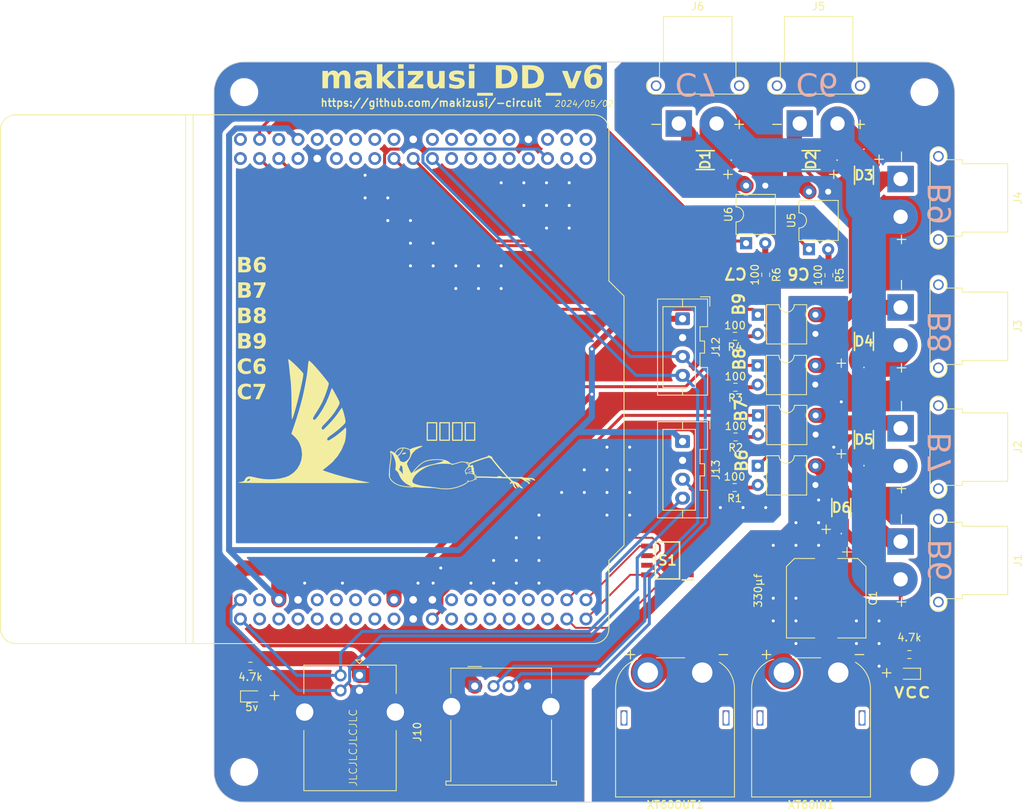
<source format=kicad_pcb>
(kicad_pcb (version 20221018) (generator pcbnew)
  (layers (0 "F.Cu" signal) (31 "B.Cu" signal) (34 "B.Paste" user) (35 "F.Paste" user) (36 "B.SilkS" user "B.Silkscreen") (37 "F.SilkS" user "F.Silkscreen") (38 "B.Mask" user) (39 "F.Mask" user) (44 "Edge.Cuts" user))
  (net 0 "")
  (net 1 "VCC")
  (net 2 "GNDPWR")
  (net 3 "GND")
  (net 4 "Net-(U10-PC0(PB9))")
  (net 5 "+5V")
  (net 6 "A10")
  (net 7 "A9")
  (net 8 "C10")
  (net 9 "C11")
  (net 10 "Net-(U10-PC1(PB9))")
  (net 12 "Net-(LED1-A)")
  (net 13 "Net-(LED2-A)")
  (net 15 "A0")
  (net 16 "A1")
  (net 17 "C6")
  (net 18 "C7")
  (net 19 "C8")
  (net 20 "C9")
  (net 21 "B6")
  (net 22 "B7")
  (net 23 "B8")
  (net 24 "B9")
  (net 25 "Net-(R5-Pad1)")
  (net 26 "Net-(R6-Pad1)")
  (net 32 "Net-(D1-A)")
  (net 33 "Net-(D2-A)")
  (net 34 "Net-(D3-A)")
  (net 35 "Net-(D4-A)")
  (net 36 "Net-(D5-A)")
  (net 37 "Net-(D6-A)")
  (net 38 "Net-(R1-Pad1)")
  (net 39 "Net-(R2-Pad1)")
  (net 40 "Net-(R3-Pad1)")
  (net 41 "Net-(R4-Pad1)")
  (net 43 "Net-(U10-PC3)")
  (net 44 "Net-(U10-PC2)")
  (net 45 "A2")
  (net 46 "A3")
  (net 48 "A5")
  (net 49 "A6")
  (net 50 "A7")
  (net 51 "A8")
  (net 52 "A11")
  (net 60 "B0")
  (net 61 "B1")
  (net 62 "B2")
  (net 63 "B3")
  (net 69 "B14")
  (net 70 "B15")
  (footprint "SamacSys:RF201LAM2STR" (layer "F.Cu") (at 177 81 -90)
    (fp_text reference "D2")
    (fp_text value "D" hide)
  )
  (footprint "rogo:turu" (layer "F.Cu") (at 129 120)
    (fp_text reference "G***" hide)
    (fp_text value "LOGO" hide)
  )
  (footprint "Resistor_SMD:R_0603_1608Metric" (layer "F.Cu") (at 179.359078 96.238742 -90)
    (fp_text reference "R5")
    (fp_text value "100")
  )
  (footprint "MountingHole:MountingHole_3.2mm_M3" (layer "F.Cu") (at 192 72)
    (fp_text reference "REF**" hide)
    (fp_text value "MountingHole_3.2mm_M3")
  )
  (footprint "Connector_AMASS:AMASS_XT30PW-F_1x02_P2.50mm_Horizontal" (layer "F.Cu") (at 175.5 76.15)
    (fp_text reference "J5")
    (fp_text value "Conn_01x02")
  )
  (footprint "Resistor_SMD:R_0603_1608Metric" (layer "F.Cu") (at 167.017525 117.652975 180)
    (fp_text reference "R2")
    (fp_text value "100")
  )
  (footprint "SamacSys:RF201LAM2STR" (layer "F.Cu") (at 163 81 -90)
    (fp_text reference "D1")
    (fp_text value "D" hide)
  )
  (footprint "Resistor_SMD:R_0603_1608Metric" (layer "F.Cu") (at 166.886326 124.344094 180)
    (fp_text reference "R1")
    (fp_text value "100")
  )
  (footprint "SamacSys:RF201LAM2STR" (layer "F.Cu") (at 184 83)
    (fp_text reference "D3")
    (fp_text value "D" hide)
  )
  (footprint "Connector_AMASS:AMASS_XT30PW-F_1x02_P2.50mm_Horizontal" (layer "F.Cu") (at 188.85 131.5 -90)
    (fp_text reference "J1")
    (fp_text value "Conn_01x02")
  )
  (footprint "SamacSys:NE555DR" (layer "F.Cu") (at 158 134 180)
    (fp_text reference "S1")
    (fp_text value "KHS42E" hide)
  )
  (footprint "Connector_AMASS:AMASS_XT30PW-F_1x02_P2.50mm_Horizontal" (layer "F.Cu") (at 188.85 116.5 -90)
    (fp_text reference "J2")
    (fp_text value "Conn_01x02")
  )
  (footprint "Package_DIP:DIP-4_W7.62mm" (layer "F.Cu") (at 169.983834 114.795863)
    (fp_text reference "U2")
    (fp_text value "TLP627")
  )
  (footprint "SamacSys:RF201LAM2STR" (layer "F.Cu") (at 181 127 180)
    (fp_text reference "D6")
    (fp_text value "D" hide)
  )
  (footprint "MountingHole:MountingHole_3.2mm_M3" (layer "F.Cu") (at 192 162)
    (fp_text reference "REF**" hide)
    (fp_text value "MountingHole_3.2mm_M3")
  )
  (footprint "Capacitor_SMD:CP_Elec_10x10" (layer "F.Cu") (at 179 139 -90)
    (fp_text reference "C1")
    (fp_text value "330μf")
  )
  (footprint "Package_DIP:DIP-4_W7.62mm" (layer "F.Cu") (at 169.958671 121.468879)
    (fp_text reference "U1")
    (fp_text value "TLP627")
  )
  (footprint "MountingHole:MountingHole_3.2mm_M3" (layer "F.Cu") (at 102 72)
    (fp_text reference "REF**" hide)
    (fp_text value "MountingHole_3.2mm_M3")
  )
  (footprint "SamacSys:RF201LAM2STR" (layer "F.Cu") (at 184 118 180)
    (fp_text reference "D5")
    (fp_text value "D" hide)
  )
  (footprint "Package_DIP:DIP-4_W7.62mm" (layer "F.Cu") (at 176.725 92.8 90)
    (fp_text reference "U5")
    (fp_text value "TLP627")
  )
  (footprint "Connector_USB:USB_B_Lumberg_2411_02_Horizontal" (layer "F.Cu") (at 117.25 149.2125 -90)
    (fp_text reference "J10")
    (fp_text value "USB_B")
  )
  (footprint "Package_DIP:DIP-4_W7.62mm" (layer "F.Cu") (at 169.936236 108.178012)
    (fp_text reference "U3")
    (fp_text value "TLP627")
  )
  (footprint "LED_SMD:LED_0603_1608Metric" (layer "F.Cu") (at 103 152)
    (fp_text reference "LED2")
    (fp_text value "5v")
  )
  (footprint "MountingHole:MountingHole_3.2mm_M3" (layer "F.Cu") (at 102 162)
    (fp_text reference "REF**" hide)
    (fp_text value "MountingHole_3.2mm_M3")
  )
  (footprint "SamacSys:RF201LAM2STR" (layer "F.Cu") (at 184 105 180)
    (fp_text reference "D4")
    (fp_text value "D" hide)
  )
  (footprint "Resistor_SMD:R_0603_1608Metric" (layer "F.Cu") (at 190 146.46)
    (fp_text reference "R9")
    (fp_text value "4.7k")
  )
  (footprint "Resistor_SMD:R_0603_1608Metric" (layer "F.Cu") (at 102.825 148)
    (fp_text reference "R10")
    (fp_text value "4.7k")
  )
  (footprint "Connector_AMASS:AMASS_XT30PW-F_1x02_P2.50mm_Horizontal" (layer "F.Cu") (at 188.85 83.5 -90)
    (fp_text reference "J4")
    (fp_text value "Conn_01x02")
  )
  (footprint "Connector_USB:USB_A_Molex_67643_Horizontal" (layer "F.Cu") (at 132.5 150.64)
    (fp_text reference "J9")
    (fp_text value "USB_A")
  )
  (footprint "Package_DIP:DIP-4_W7.62mm" (layer "F.Cu") (at 169.958671 101.468879)
    (fp_text reference "U4")
    (fp_text value "TLP627")
  )
  (footprint "Connector_JST:JST_XA_B04B-XASK-1_1x04_P2.50mm_Vertical" (layer "F.Cu") (at 160 102 -90)
    (fp_text reference "J12")
    (fp_text value "Conn_01x04")
  )
  (footprint "Resistor_SMD:R_0603_1608Metric" (layer "F.Cu") (at 166.991285 111.066815 180)
    (fp_text reference "R3")
    (fp_text value "100")
  )
  (footprint "Connector_AMASS:AMASS_XT60PW-M_1x02_P7.20mm_Horizontal" (layer "F.Cu") (at 162.6 148.85 180)
    (fp_text reference "XT60OUT1")
    (fp_text value "power")
  )
  (footprint "Package_DIP:DIP-4_W7.62mm" (layer "F.Cu") (at 168.403099 92 90)
    (fp_text reference "U6")
    (fp_text value "TLP627")
  )
  (footprint "Library:sken" (layer "F.Cu") (at 110 122)
    (fp_text reference "G***" hide)
    (fp_text value "LOGO" hide)
  )
  (footprint "Resistor_SMD:R_0603_1608Metric" (layer "F.Cu") (at 171 96.175 -90)
    (fp_text reference "R6")
    (fp_text value "100")
  )
  (footprint "LED_SMD:LED_0603_1608Metric" (layer "F.Cu") (at 190 149 180)
    (fp_text reference "LED1")
    (fp_text value "vcc")
  )
  (footprint "Connector_JST:JST_XA_B04B-XASK-1_1x04_P2.50mm_Vertical" (layer "F.Cu") (at 160 118.25 -90)
    (fp_text reference "J13")
    (fp_text value "Conn_01x04")
  )
  (footprint "Connector_AMASS:AMASS_XT30PW-F_1x02_P2.50mm_Horizontal" (layer "F.Cu") (at 188.85 100.5 -90)
    (fp_text reference "J3")
    (fp_text value "Conn_01x02")
  )
  (footprint "stm32F446RE-Nucleo:STM32F446RE_Nucleo" (layer "F.Cu") (at 122.664214 111.085786 90)
    (fp_text reference "U10" hide)
    (fp_text value "~" hide)
  )
  (footprint "Connector_AMASS:AMASS_XT30PW-F_1x02_P2.50mm_Horizontal" (layer "F.Cu") (at 159.5 76.15)
    (fp_text reference "J6")
    (fp_text value "Conn_01x02")
  )
  (footprint "Connector_AMASS:AMASS_XT60PW-M_1x02_P7.20mm_Horizontal" (layer "F.Cu") (at 180.6 148.85 180)
    (fp_text reference "XT60IN1")
    (fp_text value "power")
  )
  (footprint "Resistor_SMD:R_0603_1608Metric" (layer "F.Cu") (at 166.938806 104.323217 180)
    (fp_text reference "R4")
    (fp_text value "100")
  )
  (gr_line (start 192 68) (end 102 68) (stroke (width 0.1)) (layer "Edge.Cuts"))
  (gr_line (start 98 72) (end 98 162) (stroke (width 0.1)) (layer "Edge.Cuts"))
  (gr_arc (start 98 72) (mid 99.171573 69.171573) (end 102 68) (stroke (width 0.1)) (layer "Edge.Cuts"))
  (gr_arc (start 192 68) (mid 194.828427 69.171573) (end 196 72) (stroke (width 0.1)) (layer "Edge.Cuts"))
  (gr_arc (start 196 162) (mid 194.828427 164.828427) (end 192 166) (stroke (width 0.1)) (layer "Edge.Cuts"))
  (gr_line (start 196 162) (end 196 72) (stroke (width 0.1)) (layer "Edge.Cuts"))
  (gr_arc (start 102 166) (mid 99.171573 164.828427) (end 98 162) (stroke (width 0.1)) (layer "Edge.Cuts"))
  (gr_line (start 102 166) (end 192 166) (stroke (width 0.1)) (layer "Edge.Cuts"))
  (gr_text "B6" (at 196.055806 131.173574 90) (layer "B.SilkS") (effects (font (size 3 3)) (justify left bottom mirror)))
  (gr_text "B7" (at 196 117 90) (layer "B.SilkS") (effects (font (size 3 3)) (justify left bottom mirror)))
  (gr_text "C7" (at 159 69 180) (layer "B.SilkS") (effects (font (size 3 3)) (justify left bottom mirror)))
  (gr_text "B9" (at 196 84 90) (layer "B.SilkS") (effects (font (size 3 3)) (justify left bottom mirror)))
  (gr_text "C6" (at 175 69 180) (layer "B.SilkS") (effects (font (size 3 3)) (justify left bottom mirror)))
  (gr_text "B8" (at 196 101 90) (layer "B.SilkS") (effects (font (size 3 3)) (justify left bottom mirror)))
  (gr_text "+" (at 106 152 -180) (layer "F.SilkS") (effects (font (size 1.5 1.5))))
  (gr_text "makizusi_DD_v6" (at 112 72) (layer "F.SilkS") (effects (font (size 3 3) (thickness 0.3) bold) (justify left bottom)))
  (gr_text "C6" (at 177 95.152099 180) (layer "F.SilkS") (effects (font (size 1.5 1.5) (thickness 0.3) bold) (justify left bottom)))
  (gr_text "2024/05/02" (at 143 74) (layer "F.SilkS") (effects (font (size 0.8 0.8) (thickness 0.1) italic) (justify left bottom)))
  (gr_text "B6\nB7\nB8\nB9\nC6\nC7" (at 103 113) (layer "F.SilkS") (effects (font (size 2 2) (thickness 0.4) bold) (justify bottom)))
  (gr_text "+" (at 186 81 180) (layer "F.SilkS") (effects (font (size 1.5 1.5))))
  (gr_text "+" (at 166 83 180) (layer "F.SilkS") (effects (font (size 1.5 1.5))))
  (gr_text "+" (at 180 83 180) (layer "F.SilkS") (effects (font (size 1.5 1.5))))
  (gr_text "+" (at 187 149 -180) (layer "F.SilkS") (effects (font (size 1.5 1.5))))
  (gr_text "B9" (at 168.316238 101.743879 90) (layer "F.SilkS") (effects (font (size 1.5 1.5) (thickness 0.3) bold) (justify left bottom)))
  (gr_text "+" (at 181 120 180) (layer "F.SilkS") (effects (font (size 1.5 1.5))))
  (gr_text "+" (at 179 130 180) (layer "F.SilkS") (effects (font (size 1.5 1.5))))
  (gr_text "C7" (at 168.678099 95.131506 180) (layer "F.SilkS") (effects (font (size 1.5 1.5) (thickness 0.3) bold) (justify left bottom)))
  (gr_text "でんでん" (at 126 118) (layer "F.SilkS") (effects (font (size 2 2) (thickness 0.4) bold) (justify left bottom)))
  (gr_text "+" (at 181 108 180) (layer "F.SilkS") (effects (font (size 1.5 1.5))))
  (gr_text "https://github.com/makizusi/-circuit" (at 112 74) (layer "F.SilkS") (effects (font (size 1 1) (thickness 0.1875)) (justify left bottom)))
  (gr_text "B7" (at 168.613862 115.807396 90) (layer "F.SilkS") (effects (font (size 1.5 1.5) (thickness 0.3) bold) (justify left bottom)))
  (gr_text "B6" (at 168.688685 122.440472 90) (layer "F.SilkS") (effects (font (size 1.5 1.5) (thickness 0.3) bold) (justify left bottom)))
  (gr_text "JLCJLCJLCJLC" (at 117 164 90) (layer "F.SilkS") (effects (font (size 1 1) (thickness 0.1)) (justify left bottom)))
  (gr_text "B8" (at 168.392156 109 90) (layer "F.SilkS") (effects (font (size 1.5 1.5) (thickness 0.3) bold) (justify left bottom)))
  (segment (start 187.820963 136.5) (end 188.85 136.5) (width 1.2) (layer "F.Cu") (net 1))
  (segment (start 179 135) (end 180.5 136.5) (width 4.5) (layer "F.Cu") (net 1))
  (segment (start 180.5 136.5) (end 186 136.5) (width 4.5) (layer "F.Cu") (net 1))
  (segment (start 164.5 78.5) (end 164.5 76.15) (width 4.5) (layer "F.Cu") (net 1))
  (segment (start 180.5 76.15) (end 180.5 77.3) (width 4.5) (layer "F.Cu") (net 1))
  (segment (start 185.3 121.5) (end 184 120.2) (width 4.5) (layer "F.Cu") (net 1))
  (segment (start 179 135) (end 169.25 135) (width 4.5) (layer "F.Cu") (net 1))
  (segment (start 164.5 78.5) (end 166 80) (width 4.5) (layer "F.Cu") (net 1))
  (segment (start 188.85 105.5) (end 186.910482 107.439518) (width 4.5) (layer "F.Cu") (net 1))
  (segment (start 165.125 139.125) (end 167.25 137) (width 4.5) (layer "F.Cu") (net 1))
  (segment (start 190.825 146.46) (end 188.85 144.485) (width 0.5) (layer "F.Cu") (net 1))
  (segment (start 180.5 79.7) (end 179.2 81) (width 4.5) (layer "F.Cu") (net 1))
  (segment (start 188.85 144.485) (end 188.85 136.5) (width 0.5) (layer "F.Cu") (net 1))
  (segment (start 186 136.5) (end 188.85 136.5) (width 4.5) (layer "F.Cu") (net 1))
  (segment (start 181 129.2) (end 181 129.679037) (width 1.2) (layer "F.Cu") (net 1))
  (segment (start 180.5 76.15) (end 180.5 79.7) (width 4.5) (layer "F.Cu") (net 1))
  (segment (start 165.125 140.575) (end 165.125 139.125) (width 4.5) (layer "F.Cu") (net 1))
  (segment (start 186.910482 107.439518) (end 184.239518 107.439518) (width 4.5) (layer "F.Cu") (net 1))
  (segment (start 181 129.679037) (end 187.820963 136.5) (width 1.2) (layer "F.Cu") (net 1))
  (segment (start 180.5 77.3) (end 184 80.8) (width 4.5) (layer "F.Cu") (net 1))
  (segment (start 155.4 148.85) (end 167.25 137) (width 4.5) (layer "F.Cu") (net 1))
  (segment (start 188.85 121.5) (end 185.3 121.5) (width 4.5) (layer "F.Cu") (net 1))
  (segment (start 169.25 135) (end 167.25 137) (width 4.5) (layer "F.Cu") (net 1))
  (segment (start 173.4 148.85) (end 165.125 140.575) (width 4.5) (layer "F.Cu") (net 1))
  (segment (start 183.881795 82.782137) (end 180.649658 79.55) (width 4.5) (layer "B.Cu") (net 1))
  (segment (start 180.649658 79.55) (end 180.5 79.55) (width 4.5) (layer "B.Cu") (net 1))
  (segment (start 184.65 106.3) (end 185.45 105.5) (width 4.5) (layer "B.Cu") (net 1))
  (segment (start 188.85 88.5) (end 185.45 88.5) (width 4.5) (layer "B.Cu") (net 1))
  (segment (start 183.881795 86.931795) (end 183.881795 82.782137) (width 4.5) (layer "B.Cu") (net 1))
  (segment (start 180.5 79.55) (end 180.5 76.15) (width 4.5) (layer "B.Cu") (net 1))
  (segment (start 164.5 76.15) (end 168.7 80.35) (width 4.5) (layer "B.Cu") (net 1))
  (segment (start 185.45 105.5) (end 184.65 104.7) (width 4.5) (layer "B.Cu") (net 1))
  (segment (start 184.65 120.7) (end 184.65 135.7) (width 4.5) (layer "B.Cu") (net 1))
  (segment (start 179.7 80.35) (end 180.5 79.55) (width 4.5) (layer "B.Cu") (net 1))
  (segment (start 188.85 121.5) (end 185.45 121.5) (width 4.5) (layer "B.Cu") (net 1))
  (segment (start 168.7 80.35) (end 179.7 80.35) (width 4.5) (layer "B.Cu") (net 1))
  (segment (start 184.65 120.7) (end 184.65 106.3) (width 4.5) (layer "B.Cu") (net 1))
  (segment (start 188.85 105.5) (end 185.45 105.5) (width 4.5) (layer "B.Cu") (net 1))
  (segment (start 184.65 89.3) (end 185.45 88.5) (width 4.5) (layer "B.Cu") (net 1))
  (segment (start 185.45 136.5) (end 188.85 136.5) (width 4.5) (layer "B.Cu") (net 1))
  (segment (start 185.45 121.5) (end 184.65 120.7) (width 4.5) (layer "B.Cu") (net 1))
  (segment (start 185.45 88.5) (end 183.881795 86.931795) (width 4.5) (layer "B.Cu") (net 1))
  (segment (start 184.65 135.7) (end 185.45 136.5) (width 4.5) (layer "B.Cu") (net 1))
  (segment (start 184.65 104.7) (end 184.65 89.3) (width 4.5) (layer "B.Cu") (net 1))
  (via (at 186 142) (size 0.8) (drill 0.4) (layers "F.Cu" "B.Cu") (net 2))
  (via (at 178 129) (size 0.8) (drill 0.4) (layers "F.Cu" "B.Cu") (net 2))
  (via (at 183 142) (size 0.8) (drill 0.4) (layers "F.Cu" "B.Cu") (net 2))
  (via (at 180 119) (size 0.8) (drill 0.4) (layers "F.Cu" "B.Cu") (net 2))
  (via (at 175 139) (size 0.8) (drill 0.4) (layers "F.Cu" "B.Cu") (net 2))
  (via (at 175 142) (size 0.8) (drill 0.4) (layers "F.Cu" "B.Cu") (net 2))
  (via (at 183 145) (size 0.8) (drill 0.4) (layers "F.Cu" "B.Cu") (net 2))
  (via (at 175 132) (size 0.8) (drill 0.4) (layers "F.Cu" "B.Cu") (net 2))
  (via (at 172 132) (size 0.8) (drill 0.4) (layers "F.Cu" "B.Cu") (net 2))
  (via (at 186 145) (size 0.8) (drill 0.4) (layers "F.Cu" "B.Cu") (net 2))
  (via (at 181 113) (size 0.8) (drill 0.4) (layers "F.Cu" "B.Cu") (net 2))
  (via (at 172 139) (size 0.8) (drill 0.4) (layers "F.Cu" "B.Cu") (net 2))
  (via (at 186 148) (size 0.8) (drill 0.4) (layers "F.Cu" "B.Cu") (net 2))
  (via (at 175 129) (size 0.8) (drill 0.4) (layers "F.Cu" "B.Cu") (net 2))
  (via (at 172 142) (size 0.8) (drill 0.4) (layers "F.Cu" "B.Cu") (net 2))
  (via (at 178 126) (size 0.8) (drill 0.4) (layers "F.Cu" "B.Cu") (net 2))
  (via (at 175 145) (size 0.8) (drill 0.4) (layers "F.Cu" "B.Cu") (net 2))
  (via (at 178 132) (size 0.8) (drill 0.4) (layers "F.Cu" "B.Cu") (net 2))
  (segment (start 120.57 80.272233) (end 120.57 84.57) (width 0.4) (layer "F.Cu") (net 3))
  (segment (start 123.07 79.54) (end 121.302233 79.54) (width 0.4) (layer "F.Cu") (net 3))
  (segment (start 121 85) (end 120.57 84.57) (width 0.4) (layer "F.Cu") (net 3))
  (segment (start 124.36 78.25) (end 123.07 79.54) (width 0.4) (layer "F.Cu") (net 3))
  (segment (start 121.302233 79.54) (end 120.57 80.272233) (width 0.4) (layer "F.Cu") (net 3))
  (via (at 150 125) (size 0.8) (drill 0.4) (layers "F.Cu" "B.Cu") (net 3))
  (via (at 145 87) (size 0.8) (drill 0.4) (layers "F.Cu" "B.Cu") (net 3))
  (via (at 141 128) (size 0.8) (drill 0.4) (layers "F.Cu" "B.Cu") (net 3))
  (via (at 124 92) (size 0.8) (drill 0.4) (layers "F.Cu" "B.Cu") (net 3))
  (via (at 153 125) (size 0.8) (drill 0.4) (layers "F.Cu" "B.Cu") (net 3))
  (via (at 136 98) (size 0.8) (drill 0.4) (layers "F.Cu" "B.Cu") (net 3))
  (via (at 138 131) (size 0.8) (drill 0.4) (layers "F.Cu" "B.Cu") (net 3))
  (via (at 118 86) (size 0.8) (drill 0.4) (layers "F.Cu" "B.Cu") (net 3))
  (via (at 128 135) (size 0.8) (drill 0.4) (layers "F.Cu" "B.Cu") (net 3))
  (via (at 139 87) (size 0.8) (drill 0.4) (layers "F.Cu" "B.Cu") (net 3))
  (via (at 127 95) (size 0.8) (drill 0.4) (layers "F.Cu" "B.Cu") (net 3))
  (via (at 121 89) (size 0.8) (drill 0.4) (layers "F.Cu" "B.Cu") (net 3))
  (via (at 136 95) (size 0.8) (drill 0.4) (layers "F.Cu" "B.Cu") (net 3))
  (via (at 168 127) (size 0.8) (drill 0.4) (layers "F.Cu" "B.Cu") (net 3))
  (via (at 118 83) (size 0.8) (drill 0.4) (layers "F.Cu" "B.Cu") (net 3))
  (via (at 153 119) (size 0.8) (drill 0.4) (layers "F.Cu" "B.Cu") (net 3))
  (via (at 141 131) (size 0.8) (drill 0.4) (layers "F.Cu" "B.Cu") (net 3))
  (via (at 124 95) (size 0.8) (drill 0.4) (layers "F.Cu" "B.Cu") (net 3))
  (via (at 153 122) (size 0.8) (drill 0.4) (layers "F.Cu" "B.Cu") (net 3))
  (via (at 124 89) (size 0.8) (drill 0.4) (layers "F.Cu" "B.Cu") (net 3))
  (via (at 136 84) (size 0.8) (drill 0.4) (layers "F.Cu" "B.Cu") (net 3))
  (via (at 135 134) (size 0.8) (drill 0.4) (layers "F.Cu" "B.Cu") (net 3))
  (via (at 115 137) (size 0.8) (drill 0.4) (layers "F.Cu" "B.Cu") (net 3))
  (via (at 135 137) (size 0.8) (drill 0.4) (layers "F.Cu" "B.Cu") (net 3))
  (via (at 141 134) (size 0.8) (drill 0.4) (layers "F.Cu" "B.Cu") (net 3))
  (via (at 142 87) (size 0.8) (drill 0.4) (layers "F.Cu" "B.Cu") (net 3))
  (via (at 165 127) (size 0.8) (drill 0.4) (layers "F.Cu" "B.Cu") (net 3))
  (via (at 127 137) (size 0.8) (drill 0.4) (layers "F.Cu" "B.Cu") (net 3))
  (via (at 132 137) (size 0.8) (drill 0.4) (layers "F.Cu" "B.Cu") (net 3))
  (via (at 133 98) (size 0.8) (drill 0.4) (layers "F.Cu" "B.Cu") (net 3))
  (via (at 171 127) (size 0.8) (drill 0.4) (layers "F.Cu" "B.Cu") (net 3))
  (via (at 153 128) (size 0.8) (drill 0.4) (layers "F.Cu" "B.Cu") (net 3))
  (via (at 138 137) (size 0.8) (drill 0.4) (layers "F.Cu" "B.Cu") (net 3))
  (via (at 150 128) (size 0.8) (drill 0.4) (layers "F.Cu" "B.Cu") (net 3))
  (via (at 121 86) (size 0.8) (drill 0.4) (layers "F.Cu" "B.Cu") (net 3))
  (via (at 142 84) (size 0.8) (drill 0.4) (layers "F.Cu" "B.Cu") (net 3))
  (via (at 147 122) (size 0.8) (drill 0.4) (layers "F.Cu" "B.Cu") (net 3))
  (via (at 139 84) (size 0.8) (drill 0.4) (layers "F.Cu" "B.Cu") (net 3))
  (via (at 144 125) (size 0.8) (drill 0.4) (layers "F.Cu" "B.Cu") (net 3))
  (via (at 133 95) (size 0.8) (drill 0.4) (layers "F.Cu" "B.Cu") (net 3))
  (via (at 147 125) (size 0.8) (drill 0.4) (layers "F.Cu" "B.Cu") (net 3))
  (via (at 138 134) (size 0.8) (drill 0.4) (layers "F.Cu" "B.Cu") (net 3))
  (via (at 130 95) (size 0.8) (drill 0.4) (layers "F.Cu" "B.Cu") (net 3))
  (via (at 141 137) (size 0.8) (drill 0.4) (layers "F.Cu" "B.Cu") (net 3))
  (via (at 150 119) (size 0.8) (drill 0.4) (layers "F.Cu" "B.Cu") (net 3))
  (via (at 142 90) (size 0.8) (drill 0.4) (layers "F.Cu" "B.Cu") (net 3))
  (via (at 125 137) (size 0.8) (drill 0.4) (layers "F.Cu" "B.Cu") (net 3))
  (via (at 145 90) (size 0.8) (drill 0.4) (layers "F.Cu" "B.Cu") (net 3))
  (via (at 145 84) (size 0.8) (drill 0.4) (layers "F.Cu" "B.Cu") (net 3))
  (via (at 130 98) (size 0.8) (drill 0.4) (layers "F.Cu" "B.Cu") (net 3))
  (via (at 110 137) (size 0.8) (drill 0.4) (layers "F.Cu" "B.Cu") (net 3))
  (via (at 127 92) (size 0.8) (drill 0.4) (layers "F.Cu" "B.Cu") (net 3))
  (via (at 150 122) (size 0.8) (drill 0.4) (layers "F.Cu" "B.Cu") (net 3))
  (segment (start 155.288 132.095) (end 154.335 132.095) (width 0.25) (layer "F.Cu") (net 4))
  (segment (start 154.335 132.095) (end 147.22 139.21) (width 0.25) (layer "F.Cu") (net 4))
  (segment (start 152 102) (end 160 102) (width 0.8) (layer "F.Cu") (net 5))
  (segment (start 106.58 135.42) (end 106.58 139.21) (width 2) (layer "F.Cu") (net 5))
  (segment (start 148 112) (end 122.406041 137.593959) (width 0.8) (layer "F.Cu") (net 5))
  (segment (start 108.16 135) (end 102 135) (width 2) (layer "F.Cu") (net 5))
  (segment (start 103.850862 147) (end 116 147) (width 2) (layer "F.Cu") (net 5))
  (segment (start 117.25 149.2125) (end 131.0725 149.2125) (width 2) (layer "F.Cu") (net 5))
  (segment (start 121.82 139.21) (end 121.82 138.007919) (width 2) (layer "F.Cu") (net 5))
  (segment (start 131.0725 149.2125) (end 132.5 150.64) (width 2) (layer "F.Cu") (net 5))
  (segment (start 148 106) (end 152 102) (width 0.8) (layer "F.Cu") (net 5))
  (segment (start 121.82 138.007919) (end 118.812081 135) (width 2) (layer "F.Cu") (net 5))
  (segment (start 99.45 137.55) (end 99.45 142.599138) (width 2) (layer "F.Cu") (net 5))
  (segment (start 108.16 135) (end 107 135) (width 2) (layer "F.Cu") (net 5))
  (segment (start 116 147) (end 117.25 148.25) (width 2) (layer "F.Cu") (net 5))
  (segment (start 99.45 142.599138) (end 103.850862 147) (width 2) (layer "F.Cu") (net 5))
  (segment (start 102 135) (end 99.45 137.55) (width 2) (layer "F.Cu") (net 5))
  (segment (start 107 135) (end 106.58 135.42) (width 2) (layer "F.Cu") (net 5))
  (segment (start 117.25 148.25) (end 117.25 149.2125) (width 2) (layer "F.Cu") (net 5))
  (segment (start 118.812081 135) (end 108.16 135) (width 2) (layer "F.Cu") (net 5))
  (segment (start 122.406041 137.593959) (end 121.406041 137.59396) (width 0.8) (layer "F.Cu") (net 5))
  (segment (start 121.406041 137.59396) (end 121.82 138.007919) (width 0.8) (layer "F.Cu") (net 5))
  (via (at 148 112) (size 0.8) (drill 0.4) (layers "F.Cu" "B.Cu") (net 5))
  (via (at 148 106) (size 0.8) (drill 0.4) (layers "F.Cu" "B.Cu") (net 5))
  (segment (start 109.12 78.25) (end 107.67 76.8) (width 0.8) (layer "B.Cu") (net 5))
  (segment (start 148 115) (end 148 106) (width 0.8) (layer "B.Cu") (net 5))
  (segment (start 146 117) (end 148 115) (width 0.8) (layer "B.Cu") (net 5))
  (segment (start 100.89939 76.8) (end 100 77.69939) (width 0.8) (layer "B.Cu") (net 5))
  (segment (start 116.63 132.63) (end 130.37 132.63) (width 0.8) (layer "B.Cu") (net 5))
  (segment (start 100 77.69939) (end 100 132.63) (width 0.8) (layer "B.Cu") (net 5))
  (segment (start 146 117) (end 158.75 117) (width 0.8) (layer "B.Cu") (net 5))
  (segment (start 158.75 117) (end 160 118.25) (width 0.8) (layer "B.Cu") (net 5))
  (segment (start 130.37 132.63) (end 146 117) (width 0.8) (layer "B.Cu") (net 5))
  (segment (start 107.67 76.8) (end 100.89939 76.8) (width 0.8) (layer "B.Cu") (net 5))
  (segment (start 100 132.63) (end 116.63 132.63) (width 0.8) (layer "B.Cu") (net 5))
  (segment (start 100 132.63) (end 106.58 139.21) (width 0.8) (layer "B.Cu") (net 5))
  (segment (start 140.89 79.54) (end 142.14 80.79) (width 0.4) (layer "B.Cu") (net 6))
  (segment (start 160 109.5) (end 153.842233 109.5) (width 0.4) (layer "B.Cu") (net 6))
  (segment (start 155 136) (end 162 129) (width 0.4) (layer "B.Cu") (net 6))
  (segment (start 137.64 148) (end 149 148) (width 0.4) (layer "B.Cu") (net 6))
  (segment (start 135 150.64) (end 137.64 148) (width 0.4) (layer "B.Cu") (net 6))
  (segment (start 153.842233 109.5) (end 125.65 81.307767) (width 0.4) (layer "B.Cu") (net 6))
  (segment (start 125.65 81.307767) (end 125.65 80.272233) (width 0.4) (layer "B.Cu") (net 6))
  (segment (start 125.65 80.272233) (end 126.382233 79.54) (width 0.4) (layer "B.Cu") (net 6))
  (segment (start 162 129) (end 162 111.5) (width 0.4) (layer "B.Cu") (net 6))
  (segment (start 149 148) (end 155 142) (width 0.4) (layer "B.Cu") (net 6))
  (segment (start 126.382233 79.54) (end 140.89 79.54) (width 0.4) (layer "B.Cu") (net 6))
  (segment (start 162 111.5) (end 160 109.5) (width 0.4) (layer "B.Cu") (net 6))
  (segment (start 155 142) (end 155 136) (width 0.4) (layer "B.Cu") (net 6))
  (segment (start 160 107) (end 153.11 107) (width 0.4) (layer "B.Cu") (net 7))
  (segment (start 163 129) (end 163 110) (width 0.4) (layer "B.Cu") (net 7))
  (segment (start 155.6 136.4) (end 163 129) (width 0.4) (layer "B.Cu") (net 7))
  (segment (start 137 150.64) (end 138.64 149) (width 0.4) (layer "B.Cu") (net 7))
  (segment (start 149 149) (end 155.6 142.4) (width 0.4) (layer "B.Cu") (net 7))
  (segment (start 138.64 149) (end 149 149) (width 0.4) (layer "B.Cu") (net 7))
  (segment (start 155.6 142.4) (end 155.6 136.4) (width 0.4) (layer "B.Cu") (net 7))
  (segment (start 163 110) (end 160 107) (width 0.4) (layer "B.Cu") (net 7))
  (segment (start 153.11 107) (end 126.9 80.79) (width 0.4) (layer "B.Cu") (net 7))
  (segment (start 147.6075 143.3925) (end 150 141) (width 0.4) (layer "B.Cu") (net 8))
  (segment (start 117.6075 143.3925) (end 147.6075 143.3925) (width 0.4) (layer "B.Cu") (net 8))
  (segment (start 150 135.75) (end 160 125.75) (width 0.4) (layer "B.Cu") (net 8))
  (segment (start 150 141) (end 150 135.75) (width 0.4) (layer "B.Cu") (net 8))
  (segment (start 108.9625 149.2125) (end 101.5 141.75) (width 0.4) (layer "B.Cu") (net 8))
  (segment (start 114.75 149.2125) (end 108.9625 149.2125) (width 0.4) (layer "B.Cu") (net 8))
  (segment (start 114.75 146.25) (end 117.6075 143.3925) (width 0.4) (layer "B.Cu") (net 8))
  (segment (start 114.75 149.2125) (end 114.75 146.25) (width 0.4) (layer "B.Cu") (net 8))
  (segment (start 154 137.848528) (end 154 133.642767) (width 0.4) (layer "B.Cu") (net 9))
  (segment (start 120.07 143.9925) (end 147.856028 143.9925) (width 0.4) (layer "B.Cu") (net 9))
  (segment (start 109.194733 151.2125) (end 100.25 142.267767) (width 0.4) (layer "B.Cu") (net 9))
  (segment (start 115.95 150.0125) (end 115.95 148.1125) (width 0.4) (layer "B.Cu") (net 9))
  (segment (start 161.375 126.267767) (end 161.375 124.625) (width 0.4) (layer "B.Cu") (net 9))
  (segment (start 147.856028 143.9925) (end 154 137.848528) (width 0.4) (layer "B.Cu") (net 9))
  (segment (start 115.95 148.1125) (end 120.07 143.9925) (width 0.4) (layer "B.Cu") (net 9))
  (segment (start 100.25 140.46) (end 101.5 139.21) (width 0.4) (layer "B.Cu") (net 9))
  (segment (start 114.75 151.2125) (end 115.95 150.0125) (width 0.4) (layer "B.Cu") (net 9))
  (segment (start 161.375 124.625) (end 160 123.25) (width 0.4) (layer "B.Cu") (net 9))
  (segment (start 100.25 142.267767) (end 100.25 140.46) (width 0.4) (layer "B.Cu") (net 9))
  (segment (start 114.75 151.2125) (end 109.194733 151.2125) (width 0.4) (layer "B.Cu") (net 9))
  (segment (start 154 133.642767) (end 161.375 126.267767) (width 0.4) (layer "B.Cu") (net 9))
  (segment (start 157 132.73) (end 157 132) (width 0.25) (layer "F.Cu") (net 10))
  (segment (start 155.288 133.365) (end 156.365 133.365) (width 0.25) (layer "F.Cu") (net 10))
  (segment (start 157 132) (end 156 131) (width 0.25) (layer "F.Cu") (net 10))
  (segment (start 156.365 133.365) (end 157 132.73) (width 0.25) (layer "F.Cu") (net 10))
  (segment (start 152.89 131) (end 144.68 139.21) (width 0.25) (layer "F.Cu") (net 10))
  (segment (start 156 131) (end 152.89 131) (width 0.25) (layer "F.Cu") (net 10))
  (segment (start 189.175 148.9625) (end 189.2125 149) (width 0.4) (layer "F.Cu") (net 12))
  (segment (start 189.175 146.46) (end 189.175 148.9625) (width 0.4) (layer "F.Cu") (net 12))
  (segment (start 102 148) (end 102 150.2125) (width 0.4) (layer "F.Cu") (net 13))
  (segment (start 102 150.2125) (end 103.7875 152) (width 0.4) (layer "F.Cu") (net 13))
  (segment (start 176.725 92.8) (end 173.925 90) (width 0.4) (layer "F.Cu") (net 17))
  (segment (start 107 74) (end 104.04 76.96) (width 0.4) (layer "F.Cu") (net 17))
  (segment (start 104.04 76.96) (end 104.04 78.25) (width 0.4) (layer "F.Cu") (net 17))
  (segment (start 163 90) (end 147 74) (width 0.4) (layer "F.Cu") (net 17))
  (segment (start 173.925 90) (end 163 90) (width 0.4) (layer "F.Cu") (net 17))
  (segment (start 147 74) (end 107 74) (width 0.4) (layer "F.Cu") (net 17))
  (segment (start 168.403099 92) (end 168.116987 91.713888) (width 0.4) (layer "F.Cu") (net 18))
  (segment (start 168.116987 91.713888) (end 135.283888 91.713888) (width 0.4) (layer "F.Cu") (net 18))
  (segment (start 135.283888 91.713888) (end 124.36 80.79) (width 0.4) (layer "F.Cu") (net 18))
  (segment (start 133.343888 92.313888) (end 121.82 80.79) (width 0.4) (layer "F.Cu") (net 21))
  (segment (start 171.183834 100.183834) (end 163.313888 92.313888) (width 0.4) (layer "F.Cu") (net 21))
  (segment (start 171.183834 120.243716) (end 171.183834 100.183834) (width 0.4) (layer "F.Cu") (net 21))
  (segment (start 169.958671 121.468879) (end 171.183834 120.243716) (width 0.4) (layer "F.Cu") (net 21))
  (segment (start 163.313888 92.313888) (end 133.343888 92.313888) (width 0.4) (layer "F.Cu") (net 21))
  (segment (start 128.15 138.732233) (end 128.15 140.5) (width 0.4) (layer "F.Cu") (net 22))
  (segment (start 169.983834 114.795863) (end 152.08637 114.795863) (width 0.4) (layer "F.Cu") (net 22))
  (segment (start 152.08637 114.795863) (end 128.15 138.732233) (width 0.4) (layer "F.Cu") (net 22))
  (segment (start 128.15 140.5) (end 126.9 141.75) (width 0.4) (layer "F.Cu") (net 22))
  (segment (start 169.936236 108.178012) (end 163.214755 108.178012) (width 0.4) (layer "F.Cu") (net 23))
  (segment (start 160.392767 111) (end 134.25 111) (width 0.4) (layer "F.Cu") (net 23))
  (segment (start 134.25 111) (end 104.04 80.79) (width 0.4) (layer "F.Cu") (net 23))
  (segment (start 163.214755 108.178012) (end 160.392767 111) (width 0.4) (layer "F.Cu") (net 23))
  (segment (start 169.958671 101.468879) (end 169.239792 100.75) (width 0.4) (layer "F.Cu") (net 24))
  (segment (start 169.239792 100.75) (end 126.54 100.75) (width 0.4) (layer "F.Cu") (net 24))
  (segment (start 126.54 100.75) (end 106.58 80.79) (width 0.4) (layer "F.Cu") (net 24))
  (segment (start 179.265 92.8) (end 179.303835 92.838835) (width 0.8) (layer "F.Cu") (net 25))
  (segment (start 179.303835 92.838835) (end 179.303835 95.333499) (width 0.8) (layer "F.Cu") (net 25))
  (segment (start 170.942632 92.813907) (end 170.942632 95.292632) (width 0.8) (layer "F.Cu") (net 26))
  (segment (start 168.116987 84.093888) (end 163.893888 84.093888) (width 2) (layer "F.Cu") (net 32))
  (segment (start 168.403099 84.38) (end 168.116987 84.093888) (width 2) (layer "F.Cu") (net 32))
  (segment (start 160.8 81) (end 160.8 77.45) (width 2) (layer "F.Cu") (net 32))
  (segment (start 163.893888 84.093888) (end 160.8 81) (width 2) (layer "F.Cu") (net 32))
  (segment (start 160.8 77.45) (end 159.5 76.15) (width 2) (layer "F.Cu") (net 32))
  (segment (start 174.8 76.85) (end 174.8 83.255) (width 2) (layer "F.Cu") (net 33))
  (segment (start 174.8 83.255) (end 176.725 85.18) (width 2) (layer "F.Cu") (net 33))
  (segment (start 175.5 76.15) (end 174.8 76.85) (width 2) (layer "F.Cu") (net 33))
  (segment (start 181.531121 101.468879) (end 177.578671 101.468879) (width 2) (layer "F.Cu") (net 34))
  (segment (start 188.85 83.5) (end 186.5 83.5) (width 2) (layer "F.Cu") (net 34))
  (segment (start 184 99) (end 181.531121 101.468879) (width 2) (layer "F.Cu") (net 34))
  (segment (start 186.5 83.5) (end 184.8 85.2) (width 2) (layer "F.Cu") (net 34))
  (segment (start 184.8 85.2) (end 184 85.2) (width 2) (layer "F.Cu") (net 34))
  (segment (start 184 85.2) (end 184 99) (width 2) (layer "F.Cu") (net 34))
  (segment (start 186.3 100.5) (end 178.621988 108.178012) (width 2) (layer "F.Cu") (net 35))
  (segment (start 188.85 100.5) (end 186.3 100.5) (width 2) (layer "F.Cu") (net 35))
  (segment (start 178.621988 108.178012) (end 177.556236 108.178012) (width 2) (layer "F.Cu") (net 35))
  (segment (start 178.995863 114.795863) (end 180 115.8) (width 2) (layer "F.Cu") (net 36))
  (segment (start 188.15 115.8) (end 188.85 116.5) (width 2) (layer "F.Cu") (net 36))
  (segment (start 180 115.8) (end 188.15 115.8) (width 2) (layer "F.Cu") (net 36))
  (segment (start 177.603834 114.795863) (end 178.995863 114.795863) (width 2) (layer "F.Cu") (net 36))
  (segment (start 179.578671 123.378671) (end 187.7 131.5) (width 2) (layer "F.Cu") (net 37))
  (segment (start 177.578671 121.468879) (end 177.867099 121.468879) (width 2) (layer "F.Cu") (net 37))
  (segment (start 187.7 131.5) (end 188.85 131.5) (width 2) (layer "F.Cu") (net 37))
  (segment (start 179.578671 123.180451) (end 179.578671 123.378671) (width 2) (layer "F.Cu") (net 37))
  (segment (start 177.867099 121.468879) (end 179.578671 123.180451) (width 2) (layer "F.Cu") (net 37))
  (segment (start 169.623456 124.344094) (end 169.958671 124.008879) (width 0.5) (layer "F.Cu") (net 38))
  (segment (start 167.711326 124.344094) (end 169.623456 124.344094) (width 0.5) (layer "F.Cu") (net 38))
  (segment (start 167.842525 117.652975) (end 169.666722 117.652975) (width 0.5) (layer "F.Cu") (net 39))
  (segment (start 169.666722 117.652975) (end 169.983834 117.335863) (width 0.5) (layer "F.Cu") (net 39))
  (segment (start 169.587433 111.066815) (end 169.936236 110.718012) (width 0.5) (layer "F.Cu") (net 40))
  (segment (start 167.816285 111.066815) (end 169.587433 111.066815) (width 0.5) (layer "F.Cu") (net 40))
  (segment (start 167.763806 104.323217) (end 169.644333 104.323217) (width 0.5) (layer "F.Cu") (net 41))
  (segment (start 169.644333 104.323217) (end 169.958671 104.008879) (width 0.5) (layer "F.Cu") (net 41))
  (segment (start 155.288 135.905) (end 153.065 135.905) (width 0.25) (layer "F.Cu") (net 43))
  (segment (start 153.065 135.905) (end 147.22 141.75) (width 0.25) (layer "F.Cu") (net 43))
  (segment (start 157 136.96525) (end 151.04025 142.925) (width 0.25) (layer "F.Cu") (net 44))
  (segment (start 155.7255 134.635) (end 157 135.9095) (width 0.25) (layer "F.Cu") (net 44))
  (segment (start 155.288 134.635) (end 155.7255 134.635) (width 0.25) (layer "F.Cu") (net 44))
  (segment (start 157 135.9095) (end 157 136.96525) (width 0.25) (layer "F.Cu") (net 44))
  (segment (start 145.855 142.925) (end 144.68 141.75) (width 0.25) (layer "F.Cu") (net 44))
  (segment (start 151.04025 142.925) (end 145.855 142.925) (width 0.25) (layer "F.Cu") (net 44))
  (zone (net 2) (net_name "GNDPWR") (layers "F&B.Cu") (priority 1) (connect_pads yes (clearance 0.5)) (min_thickness 0.25) (fill yes (thermal_gap 0.5) (thermal_bridge_width 0.5))
    (polygon (pts (xy 148 166) (xy 197 166) (xy 197 68) (xy 152 68) (xy 151 69) (xy 151 77) (xy 160 86) (xy 178 86) (xy 182 90) (xy 182 99) (xy 174 99) (xy 174 129) (xy 173 130) (xy 169 130) (xy 157 142) (xy 148 151)))
  )
  (zone (net 3) (net_name "GND") (layers "F&B.Cu") (connect_pads yes (clearance 0.5)) (min_thickness 0.25) (fill yes (thermal_gap 0.5) (thermal_bridge_width 0.5))
    (polygon (pts (xy 97.995334 68) (xy 97.995334 166) (xy 96.995334 166) (xy 146.995334 166) (xy 146.995334 149.875) (xy 147.995334 149) (xy 155.995334 141) (xy 167.995334 129) (xy 171.995334 129) (xy 173 127.995334) (xy 173 98) (xy 174.995334 98) (xy 181.995334 98) (xy 181.995334 91.581537) (xy 177.413797 87) (xy 159.995334 87) (xy 149.995334 77) (xy 149.995334 68)))
  )
)
</source>
